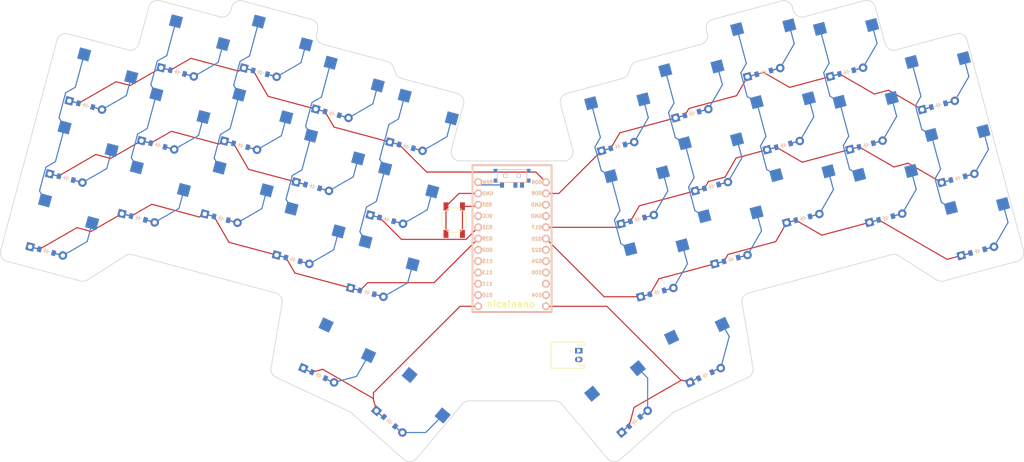
<source format=kicad_pcb>
(kicad_pcb (version 20240108) (generator "pcbnew") (generator_version "8.0")
  (title_block (title "unicrab") (rev "v1.0.0") (company "Unknown"))
  (layers (0 "F.Cu" signal) (31 "B.Cu" signal) (34 "B.Paste" user) (35 "F.Paste" user) (36 "B.SilkS" user "B.Silkscreen") (37 "F.SilkS" user "F.Silkscreen") (38 "B.Mask" user) (39 "F.Mask" user) (44 "Edge.Cuts" user))
  (net 0 "")
  (net 1 "P010")
  (net 2 "pinky_bottom")
  (net 3 "pinky_home")
  (net 4 "pinky_top")
  (net 5 "P111")
  (net 6 "ring_bottom")
  (net 7 "ring_home")
  (net 8 "ring_top")
  (net 9 "P113")
  (net 10 "middle_bottom")
  (net 11 "middle_home")
  (net 12 "middle_top")
  (net 13 "P115")
  (net 14 "index_bottom")
  (net 15 "index_home")
  (net 16 "index_top")
  (net 17 "P002")
  (net 18 "inner_bottom")
  (net 19 "inner_home")
  (net 20 "inner_top")
  (net 21 "tucky_cluster")
  (net 22 "reachy_cluster")
  (net 23 "mirror_pinky_bottom")
  (net 24 "mirror_pinky_home")
  (net 25 "mirror_pinky_top")
  (net 26 "mirror_ring_bottom")
  (net 27 "mirror_ring_home")
  (net 28 "mirror_ring_top")
  (net 29 "mirror_middle_bottom")
  (net 30 "mirror_middle_home")
  (net 31 "mirror_middle_top")
  (net 32 "mirror_index_bottom")
  (net 33 "mirror_index_home")
  (net 34 "mirror_index_top")
  (net 35 "mirror_inner_bottom")
  (net 36 "mirror_inner_home")
  (net 37 "mirror_inner_top")
  (net 38 "mirror_tucky_cluster")
  (net 39 "mirror_reachy_cluster")
  (net 40 "P029")
  (net 41 "P031")
  (net 42 "P006")
  (net 43 "P009")
  (net 44 "P020")
  (net 45 "P017")
  (net 46 "P008")
  (net 47 "P106")
  (net 48 "RAW")
  (net 49 "pos")
  (net 50 "GND")
  (net 51 "RST")
  (net 52 "VCC")
  (net 53 "P022")
  (net 54 "P024")
  (net 55 "P100")
  (net 56 "P011")
  (net 57 "P104")
  (footprint "E73:SPDT_C128955" (layer "F.Cu") (at 168.945165 112.835721)
    (property "Reference" "T1" (hide yes))
    (property "Value" "" (hide yes))
  )
  (footprint "E73:SW_TACT_ALPS_SKQGABE010" (layer "F.Cu") (at 155.945161 122.835723 90)
    (property "Reference" "B1" (hide yes))
    (property "Value" "" (hide yes))
  )
  (footprint "ComboDiode" (layer "F.Cu") (at 234.345412 122.427572 15)
    (property "Reference" "D24" (hide yes))
    (property "Value" "" (hide yes))
  )
  (footprint "ComboDiode" (layer "F.Cu") (at 125.486459 157.733519 -25)
    (property "Reference" "D16" (hide yes))
    (property "Value" "" (hide yes))
  )
  (footprint "JST_PH_S2B-PH-K_02x2.00mm_Angled" (layer "F.Cu") (at 183.945161 153.201988 -90)
    (property "Reference" "JST1" (hide yes))
    (property "Value" "" (hide yes))
  )
  (footprint "PG1350" (layer "F.Cu") (at 142.045238 117.835728 -15)
    (property "Reference" "S14" (hide yes))
    (property "Value" "" (hide yes))
  )
  (footprint "ComboDiode" (layer "F.Cu") (at 145.151065 106.244613 -15)
    (property "Reference" "D15" (hide yes))
    (property "Value" "" (hide yes))
  )
  (footprint "ComboDiode" (layer "F.Cu") (at 73.096448 96.969465 -15)
    (property "Reference" "D3" (hide yes))
    (property "Value" "" (hide yes))
  )
  (footprint "PG1350" (layer "F.Cu") (at 127.599555 153.201981 -25)
    (property "Reference" "S16" (hide yes))
    (property "Value" "" (hide yes))
  )
  (footprint "ComboDiode" (layer "F.Cu") (at 119.702186 131.674462 -15)
    (property "Reference" "D10" (hide yes))
    (property "Value" "" (hide yes))
  )
  (footprint "PG1350" (layer "F.Cu") (at 272.299625 124.981318 15)
    (property "Reference" "S18" (hide yes))
    (property "Value" "" (hide yes))
  )
  (footprint "ComboDiode" (layer "F.Cu") (at 68.696527 113.390202 -15)
    (property "Reference" "D2" (hide yes))
    (property "Value" "" (hide yes))
  )
  (footprint "ComboDiode" (layer "F.Cu") (at 252.961466 122.356975 15)
    (property "Reference" "D21" (hide yes))
    (property "Value" "" (hide yes))
  )
  (footprint "ComboDiode" (layer "F.Cu") (at 89.328782 105.936235 -15)
    (property "Reference" "D5" (hide yes))
    (property "Value" "" (hide yes))
  )
  (footprint "ComboDiode" (layer "F.Cu") (at 213.788211 115.253724 15)
    (property "Reference" "D28" (hide yes))
    (property "Value" "" (hide yes))
  )
  (footprint "ComboDiode" (layer "F.Cu") (at 64.296603 129.810944 -15)
    (property "Reference" "D1" (hide yes))
    (property "Value" "" (hide yes))
  )
  (footprint "PG1350" (layer "F.Cu") (at 191.445163 101.414988 15)
    (property "Reference" "S32" (hide yes))
    (property "Value" "" (hide yes))
  )
  (footprint "PG1350" (layer "F.Cu") (at 212.494116 110.424096 15)
    (property "Reference" "S28" (hide yes))
    (property "Value" "" (hide yes))
  )
  (footprint "PG1350" (layer "F.Cu") (at 216.894044 126.844832 15)
    (property "Reference" "S27" (hide yes))
    (property "Value" "" (hide yes))
  )
  (footprint "PG1350" (layer "F.Cu") (at 247.267446 101.106604 15)
    (property "Reference" "S22" (hide yes))
    (property "Value" "" (hide yes))
  )
  (footprint "ComboDiode" (layer "F.Cu") (at 140.751142 122.665357 -15)
    (property "Reference" "D14" (hide yes))
    (property "Value" "" (hide yes))
  )
  (footprint "PG1350" (layer "F.Cu") (at 65.590699 124.981311 -15)
    (property "Reference" "S1" (hide yes))
    (property "Value" "" (hide yes))
  )
  (footprint "ComboDiode" (layer "F.Cu") (at 248.561539 105.936238 15)
    (property "Reference" "D22" (hide yes))
    (property "Value" "" (hide yes))
  )
  (footprint "ComboDiode" (layer "F.Cu") (at 84.928861 122.356974 -15)
    (property "Reference" "D4" (hide yes))
    (property "Value" "" (hide yes))
  )
  (footprint "ComboDiode" (layer "F.Cu") (at 93.728701 89.515498 -15)
    (property "Reference" "D6" (hide yes))
    (property "Value" "" (hide yes))
  )
  (footprint "PG1350" (layer "F.Cu") (at 137.645311 134.256462 -15)
    (property "Reference" "S13" (hide yes))
    (property "Value" "" (hide yes))
  )
  (footprint "ComboDiode" (layer "F.Cu") (at 136.351219 139.086095 -15)
    (property "Reference" "D13" (hide yes))
    (property "Value" "" (hide yes))
  )
  (footprint "PG1350" (layer "F.Cu") (at 263.499777 92.139838 15)
    (property "Reference" "S20" (hide yes))
    (property "Value" "" (hide yes))
  )
  (footprint "PG1350" (layer "F.Cu") (at 242.86752 84.685874 15)
    (property "Reference" "S23" (hide yes))
    (property "Value" "" (hide yes))
  )
  (footprint "PG1350" (layer "F.Cu") (at 69.990622 108.56058 -15)
    (property "Reference" "S2" (hide yes))
    (property "Value" "" (hide yes))
  )
  (footprint "nice_nano" (layer "F.Cu") (at 168.945164 128.256468 -90)
    (property "Reference" "MCU1" (hide yes))
    (property "Value" "nice_nano" (hide yes))
  )
  (footprint "PG1350" (layer "F.Cu") (at 125.396209 110.424095 -15)
    (property "Reference" "S11" (hide yes))
    (property "Value" "" (hide yes))
  )
  (footprint "PG1350" (layer "F.Cu") (at 208.094188 94.003355 15)
    (property "Reference" "S29" (hide yes))
    (property "Value" "" (hide yes))
  )
  (footprint "PG1350" (layer "F.Cu") (at 228.65139 101.177203 15)
    (property "Reference" "S25" (hide yes))
    (property "Value" "" (hide yes))
  )
  (footprint "PG1350" (layer "F.Cu") (at 210.290771 153.201984 25)
    (property "Reference" "S33" (hide yes))
    (property "Value" "" (hide yes))
  )
  (footprint "PG1350" (layer "F.Cu") (at 109.238932 101.177204 -15)
    (property "Reference" "S8" (hide yes))
    (property "Value" "" (hide yes))
  )
  (footprint "ComboDiode" (layer "F.Cu") (at 124.102109 115.253722 -15)
    (property "Reference" "D11" (hide yes))
    (property "Value" "" (hide yes))
  )
  (footprint "PG1350" (layer "F.Cu") (at 129.796131 94.003353 -15)
    (property "Reference" "S12" (hide yes))
    (property "Value" "" (hide yes))
  )
  (footprint "PG1350" (layer "F.Cu") (at 144.602071 164.343305 -40)
    (property "Reference" "S17" (hide yes))
    (property "Value" "" (hide yes))
  )
  (footprint "ComboDiode" (layer "F.Cu") (at 197.139183 122.665352 15)
    (property "Reference" "D31" (hide yes))
    (property "Value" "" (hide yes))
  )
  (footprint "ComboDiode" (layer "F.Cu") (at 141.388125 168.173527 -40)
    (property "Reference" "D17" (hide yes))
    (property "Value" "" (hide yes))
  )
  (footprint "PG1350" (layer "F.Cu") (at 104.839008 117.597944 -15)
    (property "Reference" "S7" (hide yes))
    (property "Value" "" (hide yes))
  )
  (footprint "PG1350" (layer "F.Cu") (at 146.44516 101.414989 -15)
    (property "Reference" "S15" (hide yes))
    (property "Value" "" (hide yes))
  )
  (footprint "ComboDiode" (layer "F.Cu") (at 229.945485 106.006834 15)
    (property "Reference" "D25" (hide yes))
    (property "Value" "" (hide yes))
  )
  (footprint "ComboDiode" (layer "F.Cu") (at 192.739257 106.244617 15)
    (property "Reference" "D32" (hide yes))
    (property "Value" "" (hide yes))
  )
  (footprint "PG1350" (layer "F.Cu") (at 120.996284 126.84483 -15)
    (property "Reference" "S10" (hide yes))
    (property "Value" "" (hide yes))
  )
  (footprint "ComboDiode" (layer "F.Cu") (at 107.944839 106.006831 -15)
    (property "Reference" "D8" (hide yes))
    (property "Value" "" (hide yes))
  )
  (footprint "PG1350" (layer "F.Cu") (at 86.222958 117.527344 -15)
    (property "Reference" "S4" (hide yes))
    (property "Value" "" (hide yes))
  )
  (footprint "ComboDiode" (layer "F.Cu") (at 128.502037 98.832979 -15)
    (property "Reference" "D12" (hide yes))
    (property "Value" "" (hide yes))
  )
  (footprint "PG1350" (layer "F.Cu") (at 195.845084 117.835726 15)
    (property "Reference" "S31" (hide yes))
    (property "Value" "" (hide yes))
  )
  (footprint "ComboDiode" (layer "F.Cu") (at 196.502196 168.17353 40)
    (property "Reference" "D34" (hide yes))
    (property "Value" "" (hide yes))
  )
  (footprint "PG1350" (layer "F.Cu") (at 251.667373 117.527346 15)
    (property "Reference" "S21" (hide yes))
    (property "Value" "" (hide yes))
  )
  (footprint "ComboDiode" (layer "F.Cu") (at 264.793872 96.969469 15)
    (property "Reference" "D20" (hide yes))
    (property "Value" "" (hide yes))
  )
  (footprint "PG1350" (layer "F.Cu") (at 224.251468 84.756464 15)
    (property "Reference" "S26" (hide yes))
    (property "Value" "" (hide yes))
  )
  (footprint "PG1350" (layer "F.Cu") (at 267.899701 108.560575 15)
    (property "Reference" "S19" (hide yes))
    (property "Value" "" (hide yes))
  )
  (footprint "PG1350" (layer "F.Cu") (at 74.390544 92.139838 -15)
    (property "Reference" "S3" (hide yes))
    (property "Value" "" (hide yes))
  )
  (footprint "ComboDiode" (layer "F.Cu") (at 225.54556 89.586091 15)
    (property "Reference" "D26" (hide yes))
    (property "Value" "" (hide yes))
  )
  (footprint "ComboDiode" (layer "F.Cu") (at 209.388286 98.832988 15)
    (property "Reference" "D29" (hide yes))
    (property "Value" "" (hide yes))
  )
  (footprint "ComboDiode" (layer "F.Cu") (at 103.544911 122.427573 -15)
    (property "Reference" "D7" (hide yes))
    (property "Value" "" (hide yes))
  )
  (footprint "PG1350" (layer "F.Cu") (at 113.638856 84.756467 -15)
    (property "Reference" "S9" (hide yes))
    (property "Value" "" (hide yes))
  )
  (footprint "ComboDiode" (layer "F.Cu") (at 212.403865 157.733521 25)
    (property "Reference" "D33" (hide yes))
    (property "Value" "" (hide yes))
  )
  (footprint "ComboDiode" (layer "F.Cu") (at 201.539101 139.086092 15)
    (property "Reference" "D30" (hide yes))
    (property "Value" "" (hide yes))
  )
  (footprint "PG1350" (layer "F.Cu") (at 90.622878 101.10661 -15)
    (property "Reference" "S5" (hide yes))
    (property "Value" "" (hide yes))
  )
  (footprint "PG1350" (layer "F.Cu") (at 193.288257 164.343307 40)
    (property "Reference" "S34" (hide yes))
    (property "Value" "" (hide yes))
  )
  (footprint "ComboDiode" (layer "F.Cu") (at 244.161614 89.515501 15)
    (property "Reference" "D23" (hide yes))
    (property "Value" "" (hide yes))
  )
  (footprint "PG1350" (layer "F.Cu") (at 233.051312 117.597941 15)
    (property "Reference" "S24" (hide yes))
    (property "Value" "" (hide yes))
  )
  (footprint "ComboDiode" (layer "F.Cu") (at 273.593721 129.810946 15)
    (property "Reference" "D18" (hide yes))
    (property "Value" "" (hide yes))
  )
  (footprint "ComboDiode" (layer "F.Cu") (at 269.193796 113.390203 15)
    (property "Reference" "D19" (hide yes))
    (property "Value" "" (hide yes))
  )
  (footprint "ComboDiode" (layer "F.Cu") (at 218.188137 131.674466 15)
    (property "Reference" "D27" (hide yes))
    (property "Value" "" (hide yes))
  )
  (footprint "ComboDiode" (layer "F.Cu") (at 112.344764 89.586092 -15)
    (property "Reference" "D9" (hide yes))
    (property "Value" "" (hide yes))
  )
  (footprint "PG1350" (layer "F.Cu") (at 95.022804 84.685872 -15)
    (property "Reference" "S6" (hide yes))
    (property "Value" "" (hide yes))
  )
  (footprint "PG1350" (layer "F.Cu") (at 200.24501 134.256463 15)
    (property "Reference" "S30" (hide yes))
    (property "Value" "" (hide yes))
  )
  (gr_line (start 221.987426 158.229836) (end 205.507665 165.914475) (stroke (width 0.15)) (layer "Edge.Cuts"))
  (gr_line (start 114.776249 156.083054) (end 117.249827 141.486496) (stroke (width 0.15)) (layer "Edge.Cuts"))
  (gr_line (start 234.613186 77.062485) (end 248.136147 73.439023) (stroke (width 0.15)) (layer "Edge.Cuts"))
  (gr_arc (start 223.114079 156.083057) (mid 222.913127 157.346626) (end 221.987426 158.229836) (stroke (width 0.15)) (layer "Edge.Cuts"))
  (gr_line (start 144.112774 90.954903) (end 156.631346 94.309243) (stroke (width 0.15)) (layer "Edge.Cuts"))
  (gr_arc (start 178.588717 163.493757) (mid 179.433952 163.681143) (end 180.120802 164.208185) (stroke (width 0.15)) (layer "Edge.Cuts"))
  (gr_arc (start 265.949809 136.517867) (mid 265.127387 136.562655) (end 264.356656 136.272211) (stroke (width 0.15)) (layer "Edge.Cuts"))
  (gr_arc (start 283.900028 129.637565) (mid 283.700228 131.155205) (end 282.485814 132.087057) (stroke (width 0.15)) (layer "Edge.Cuts"))
  (gr_line (start 115.795582 139.220485) (end 83.631323 130.602098) (stroke (width 0.15)) (layer "Edge.Cuts"))
  (gr_line (start 71.940518 136.517866) (end 55.404512 132.087052) (stroke (width 0.15)) (layer "Edge.Cuts"))
  (gr_line (start 264.356656 136.272211) (end 255.852155 130.847749) (stroke (width 0.15)) (layer "Edge.Cuts"))
  (gr_arc (start 157.769518 164.208188) (mid 158.456373 163.681145) (end 159.301613 163.49376) (stroke (width 0.15)) (layer "Edge.Cuts"))
  (gr_arc (start 105.920738 74.923831) (mid 106.85259 73.709418) (end 108.370228 73.509618) (stroke (width 0.15)) (layer "Edge.Cuts"))
  (gr_line (start 271.217891 82.307203) (end 283.900028 129.637565) (stroke (width 0.15)) (layer "Edge.Cuts"))
  (gr_line (start 212.84518 80.824655) (end 212.651067 80.100211) (stroke (width 0.15)) (layer "Edge.Cuts"))
  (gr_arc (start 179.844757 96.758736) (mid 180.044556 95.241093) (end 181.258974 94.309246) (stroke (width 0.15)) (layer "Edge.Cuts"))
  (gr_line (start 182.586575 106.991318) (end 179.844761 96.758733) (stroke (width 0.15)) (layer "Edge.Cuts"))
  (gr_arc (start 140.909784 87.146127) (mid 141.742562 87.602723) (end 142.270824 88.391989) (stroke (width 0.15)) (layer "Edge.Cuts"))
  (gr_arc (start 115.795582 139.220485) (mid 116.961135 140.072121) (end 117.249827 141.486496) (stroke (width 0.15)) (layer "Edge.Cuts"))
  (gr_line (start 254.259001 130.602095) (end 222.09474 139.220486) (stroke (width 0.15)) (layer "Edge.Cuts"))
  (gr_arc (start 248.136146 73.439024) (mid 249.653784 73.638823) (end 250.585639 74.853233) (stroke (width 0.15)) (layer "Edge.Cuts"))
  (gr_arc (start 144.112774 90.954903) (mid 143.279996 90.498306) (end 142.751733 89.70904) (stroke (width 0.15)) (layer "Edge.Cuts"))
  (gr_line (start 220.640492 141.486496) (end 223.114079 156.083057) (stroke (width 0.15)) (layer "Edge.Cuts"))
  (gr_arc (start 85.09437 83.102242) (mid 84.162519 84.316653) (end 82.644881 84.516458) (stroke (width 0.15)) (layer "Edge.Cuts"))
  (gr_line (start 205.023976 166.232448) (end 193.272373 176.681064) (stroke (width 0.15)) (layer "Edge.Cuts"))
  (gr_line (start 255.24544 84.516457) (end 268.768402 80.892991) (stroke (width 0.15)) (layer "Edge.Cuts"))
  (gr_line (start 157.769518 164.208188) (end 147.478961 176.471998) (stroke (width 0.15)) (layer "Edge.Cuts"))
  (gr_arc (start 132.382666 165.914476) (mid 132.636071 166.055869) (end 132.866349 166.232442) (stroke (width 0.15)) (layer "Edge.Cuts"))
  (gr_arc (start 115.902899 158.229834) (mid 114.977201 157.346621) (end 114.776249 156.083054) (stroke (width 0.15)) (layer "Edge.Cuts"))
  (gr_arc (start 157.235602 109.508952) (mid 155.648899 108.726476) (end 155.303752 106.991316) (stroke (width 0.15)) (layer "Edge.Cuts"))
  (gr_line (start 157.235602 109.508952) (end 180.654719 109.508954) (stroke (width 0.15)) (layer "Edge.Cuts"))
  (gr_arc (start 205.023976 166.232441) (mid 205.254255 166.055865) (end 205.507665 165.914475) (stroke (width 0.15)) (layer "Edge.Cuts"))
  (gr_line (start 250.585639 74.853233) (end 252.795951 83.102244) (stroke (width 0.15)) (layer "Edge.Cuts"))
  (gr_arc (start 220.640492 141.486496) (mid 220.929188 140.072123) (end 222.09474 139.220486) (stroke (width 0.15)) (layer "Edge.Cuts"))
  (gr_line (start 282.485814 132.087057) (end 265.949809 136.517867) (stroke (width 0.15)) (layer "Edge.Cuts"))
  (gr_line (start 132.382666 165.914476) (end 115.902896 158.22984) (stroke (width 0.15)) (layer "Edge.Cuts"))
  (gr_line (start 214.06528 77.650721) (end 229.520094 73.509616) (stroke (width 0.15)) (layer "Edge.Cuts"))
  (gr_line (start 178.588717 163.493757) (end 159.301613 163.49376) (stroke (width 0.15)) (layer "Edge.Cuts"))
  (gr_arc (start 212.651068 80.100209) (mid 212.850869 78.582573) (end 214.06528 77.650721) (stroke (width 0.15)) (layer "Edge.Cuts"))
  (gr_line (start 108.370228 73.509618) (end 123.825046 77.650719) (stroke (width 0.15)) (layer "Edge.Cuts"))
  (gr_line (start 69.121918 80.892988) (end 82.644881 84.516458) (stroke (width 0.15)) (layer "Edge.Cuts"))
  (gr_line (start 231.969584 74.923829) (end 232.163699 75.648277) (stroke (width 0.15)) (layer "Edge.Cuts"))
  (gr_arc (start 229.520094 73.509616) (mid 231.037731 73.709418) (end 231.969584 74.923829) (stroke (width 0.15)) (layer "Edge.Cuts"))
  (gr_arc (start 182.586575 106.991318) (mid 182.241426 108.726478) (end 180.654719 109.508954) (stroke (width 0.15)) (layer "Edge.Cuts"))
  (gr_arc (start 105.726627 75.648274) (mid 104.794773 76.862688) (end 103.277133 77.062484) (stroke (width 0.15)) (layer "Edge.Cuts"))
  (gr_arc (start 234.613186 77.062485) (mid 233.095552 76.862685) (end 232.163699 75.648277) (stroke (width 0.15)) (layer "Edge.Cuts"))
  (gr_arc (start 126.45936 83.274143) (mid 125.244943 82.342293) (end 125.045142 80.824653) (stroke (width 0.15)) (layer "Edge.Cuts"))
  (gr_arc (start 212.84518 80.824655) (mid 212.64538 82.342292) (end 211.430968 83.274142) (stroke (width 0.15)) (layer "Edge.Cuts"))
  (gr_line (start 144.617952 176.681067) (end 132.866349 166.232442) (stroke (width 0.15)) (layer "Edge.Cuts"))
  (gr_line (start 125.239257 80.100212) (end 125.045142 80.824653) (stroke (width 0.15)) (layer "Edge.Cuts"))
  (gr_arc (start 123.825046 77.650719) (mid 125.039462 78.582572) (end 125.239257 80.100212) (stroke (width 0.15)) (layer "Edge.Cuts"))
  (gr_line (start 85.094372 83.102243) (end 87.304685 74.853235) (stroke (width 0.15)) (layer "Edge.Cuts"))
  (gr_line (start 82.038167 130.847747) (end 73.533669 136.272214) (stroke (width 0.15)) (layer "Edge.Cuts"))
  (gr_arc (start 195.619502 88.391988) (mid 196.147762 87.602721) (end 196.98054 87.146124) (stroke (width 0.15)) (layer "Edge.Cuts"))
  (gr_line (start 105.726627 75.648274) (end 105.920738 74.923831) (stroke (width 0.15)) (layer "Edge.Cuts"))
  (gr_line (start 196.98054 87.146124) (end 211.430968 83.274142) (stroke (width 0.15)) (layer "Edge.Cuts"))
  (gr_line (start 158.045561 96.758734) (end 155.303752 106.991316) (stroke (width 0.15)) (layer "Edge.Cuts"))
  (gr_line (start 142.270824 88.391989) (end 142.751733 89.70904) (stroke (width 0.15)) (layer "Edge.Cuts"))
  (gr_arc (start 87.304685 74.853235) (mid 88.236537 73.638822) (end 89.754174 73.439024) (stroke (width 0.15)) (layer "Edge.Cuts"))
  (gr_line (start 181.258974 94.309246) (end 193.777547 90.954903) (stroke (width 0.15)) (layer "Edge.Cuts"))
  (gr_arc (start 156.631346 94.309243) (mid 157.845761 95.241095) (end 158.045561 96.758734) (stroke (width 0.15)) (layer "Edge.Cuts"))
  (gr_arc (start 147.478961 176.471998) (mid 146.092635 177.181103) (end 144.617952 176.681067) (stroke (width 0.15)) (layer "Edge.Cuts"))
  (gr_arc (start 73.533669 136.272214) (mid 72.762938 136.562656) (end 71.940518 136.517866) (stroke (width 0.15)) (layer "Edge.Cuts"))
  (gr_line (start 53.990299 129.637568) (end 66.672429 82.307203) (stroke (width 0.15)) (layer "Edge.Cuts"))
  (gr_arc (start 66.672429 82.307203) (mid 67.60428 81.092787) (end 69.121918 80.892988) (stroke (width 0.15)) (layer "Edge.Cuts"))
  (gr_arc (start 55.404512 132.087052) (mid 54.190101 131.155203) (end 53.990299 129.637568) (stroke (width 0.15)) (layer "Edge.Cuts"))
  (gr_line (start 195.138585 89.709036) (end 195.619502 88.391988) (stroke (width 0.15)) (layer "Edge.Cuts"))
  (gr_arc (start 195.138585 89.709036) (mid 194.610325 90.498302) (end 193.777547 90.954903) (stroke (width 0.15)) (layer "Edge.Cuts"))
  (gr_arc (start 82.038171 130.847748) (mid 82.808902 130.557307) (end 83.631323 130.602098) (stroke (width 0.15)) (layer "Edge.Cuts"))
  (gr_line (start 126.459358 83.274145) (end 140.909784 87.146127) (stroke (width 0.15)) (layer "Edge.Cuts"))
  (gr_arc (start 193.272373 176.681064) (mid 191.797686 177.1811) (end 190.411358 176.471994) (stroke (width 0.15)) (layer "Edge.Cuts"))
  (gr_line (start 190.411358 176.471994) (end 180.120802 164.208185) (stroke (width 0.15)) (layer "Edge.Cuts"))
  (gr_line (start 89.754174 73.439024) (end 103.277133 77.062484) (stroke (width 0.15)) (layer "Edge.Cuts"))
  (gr_arc (start 268.768402 80.892991) (mid 270.286041 81.09279) (end 271.217891 82.307203) (stroke (width 0.15)) (layer "Edge.Cuts"))
  (gr_arc (start 254.259002 130.602097) (mid 255.081423 130.557309) (end 255.852155 130.847749) (stroke (width 0.15)) (layer "Edge.Cuts"))
  (gr_arc (start 255.24544 84.516457) (mid 253.727803 84.316656) (end 252.795951 83.102244) (stroke (width 0.15)) (layer "Edge.Cuts"))
  (segment (start 264.026777 113.517879) (end 265.454167 118.844962) (width 0.25) (layer "B.Cu") (net 1))
  (segment (start 258.796398 87.240212) (end 260.863583 94.955062) (width 0.25) (layer "B.Cu") (net 1))
  (segment (start 72.767111 85.544948) (end 70.793617 92.910131) (width 0.25) (layer "B.Cu") (net 1))
  (segment (start 261.054237 102.424215) (end 263.196321 103.660949) (width 0.25) (layer "B.Cu") (net 1))
  (segment (start 64.157921 110.917262) (end 62.730535 116.244338) (width 0.25) (layer "B.Cu") (net 1))
  (segment (start 68.367187 101.965686) (end 66.300001 109.680531) (width 0.25) (layer "B.Cu") (net 1))
  (segment (start 66.300001 109.680531) (end 64.157921 110.917262) (width 0.25) (layer "B.Cu") (net 1))
  (segment (start 68.606707 94.172744) (end 67.104575 99.778778) (width 0.25) (layer "B.Cu") (net 1))
  (segment (start 260.863583 94.955062) (end 259.626852 97.097143) (width 0.25) (layer "B.Cu") (net 1))
  (segment (start 62.730535 116.244338) (end 63.967265 118.386424) (width 0.25) (layer "B.Cu") (net 1))
  (segment (start 67.104575 99.778778) (end 68.367187 101.965686) (width 0.25) (layer "B.Cu") (net 1))
  (segment (start 265.454167 118.844962) (end 267.596245 120.081691) (width 0.25) (layer "B.Cu") (net 1))
  (segment (start 259.626852 97.097143) (end 261.054237 102.424215) (width 0.25) (layer "B.Cu") (net 1))
  (segment (start 265.263509 111.375799) (end 264.026777 113.517879) (width 0.25) (layer "B.Cu") (net 1))
  (segment (start 70.793617 92.910131) (end 68.606707 94.172744) (width 0.25) (layer "B.Cu") (net 1))
  (segment (start 263.196321 103.660949) (end 265.263509 111.375799) (width 0.25) (layer "B.Cu") (net 1))
  (segment (start 67.976776 130.797043) (end 67.97678 130.797049) (width 0.25) (layer "F.Cu") (net 2))
  (segment (start 65.890382 130.237995) (end 67.976776 130.797043) (width 0.25) (layer "F.Cu") (net 2))
  (segment (start 74.554306 123.500823) (end 73.445266 127.639814) (width 0.25) (layer "B.Cu") (net 2))
  (segment (start 67.976781 130.797041) (end 67.97678 130.797049) (width 0.25) (layer "B.Cu") (net 2))
  (segment (start 73.445266 127.639814) (end 67.976781 130.797046) (width 0.25) (layer "B.Cu") (net 2))
  (segment (start 65.89038 130.237996) (end 67.976781 130.797041) (width 0.25) (layer "B.Cu") (net 2))
  (segment (start 70.290304 113.817259) (end 72.376704 114.3763) (width 0.25) (layer "F.Cu") (net 3))
  (segment (start 72.376704 114.3763) (end 72.376701 114.376309) (width 0.25) (layer "F.Cu") (net 3))
  (segment (start 72.376702 114.376304) (end 72.376703 114.376306) (width 0.25) (layer "B.Cu") (net 3))
  (segment (start 78.954227 107.080085) (end 77.845189 111.219074) (width 0.25) (layer "B.Cu") (net 3))
  (segment (start 77.845189 111.219074) (end 72.376705 114.376306) (width 0.25) (layer "B.Cu") (net 3))
  (segment (start 70.290305 113.817256) (end 72.376702 114.376304) (width 0.25) (layer "B.Cu") (net 3))
  (segment (start 76.776626 97.955564) (end 76.77663 97.955569) (width 0.25) (layer "F.Cu") (net 4))
  (segment (start 74.690227 97.396519) (end 76.776626 97.955564) (width 0.25) (layer "F.Cu") (net 4))
  (segment (start 74.690227 97.396519) (end 76.776624 97.955563) (width 0.25) (layer "B.Cu") (net 4))
  (segment (start 83.354152 90.659341) (end 82.245115 94.798335) (width 0.25) (layer "B.Cu") (net 4))
  (segment (start 82.245115 94.798335) (end 76.776627 97.955567) (width 0.25) (layer "B.Cu") (net 4))
  (segment (start 76.776624 97.955563) (end 76.77663 97.955569) (width 0.25) (layer "B.Cu") (net 4))
  (segment (start 244.631253 103.921826) (end 243.39452 106.063914) (width 0.25) (layer "B.Cu") (net 5))
  (segment (start 84.790173 103.463294) (end 83.362789 108.790369) (width 0.25) (layer "B.Cu") (net 5))
  (segment (start 91.332185 85.805821) (end 89.190095 87.042556) (width 0.25) (layer "B.Cu") (net 5))
  (segment (start 243.39452 106.063914) (end 244.821904 111.390984) (width 0.25) (layer "B.Cu") (net 5))
  (segment (start 238.994596 89.643174) (end 240.42198 94.970244) (width 0.25) (layer "B.Cu") (net 5))
  (segment (start 83.362789 108.790369) (end 84.599522 110.932456) (width 0.25) (layer "B.Cu") (net 5))
  (segment (start 87.762711 92.369632) (end 88.999444 94.51172) (width 0.25) (layer "B.Cu") (net 5))
  (segment (start 88.999444 94.51172) (end 86.932259 102.226562) (width 0.25) (layer "B.Cu") (net 5))
  (segment (start 86.932259 102.226562) (end 84.790173 103.463294) (width 0.25) (layer "B.Cu") (net 5))
  (segment (start 238.16414 79.786247) (end 240.231326 87.501095) (width 0.25) (layer "B.Cu") (net 5))
  (segment (start 244.821904 111.390984) (end 246.963992 112.627719) (width 0.25) (layer "B.Cu") (net 5))
  (segment (start 242.564065 96.206978) (end 244.631253 103.921826) (width 0.25) (layer "B.Cu") (net 5))
  (segment (start 240.231326 87.501095) (end 238.994596 89.643174) (width 0.25) (layer "B.Cu") (net 5))
  (segment (start 240.42198 94.970244) (end 242.564065 96.206978) (width 0.25) (layer "B.Cu") (net 5))
  (segment (start 93.399369 78.09098) (end 91.332185 85.805821) (width 0.25) (layer "B.Cu") (net 5))
  (segment (start 89.190095 87.042556) (end 87.762711 92.369632) (width 0.25) (layer "B.Cu") (net 5))
  (segment (start 88.609038 123.343073) (end 88.609042 123.343076) (width 0.25) (layer "F.Cu") (net 6))
  (segment (start 86.522641 122.784029) (end 88.609038 123.343073) (width 0.25) (layer "F.Cu") (net 6))
  (segment (start 86.522637 122.784025) (end 88.609032 123.343077) (width 0.25) (layer "B.Cu") (net 6))
  (segment (start 95.186562 116.046852) (end 94.077523 120.185845) (width 0.25) (layer "B.Cu") (net 6))
  (segment (start 88.609032 123.343077) (end 88.609036 123.343082) (width 0.25) (layer "B.Cu") (net 6))
  (segment (start 94.077523 120.185845) (end 88.60904 123.343077) (width 0.25) (layer "B.Cu") (net 6))
  (segment (start 93.008957 106.922336) (end 93.008956 106.922338) (width 0.25) (layer "F.Cu") (net 7))
  (segment (start 90.922564 106.363289) (end 93.008957 106.922336) (width 0.25) (layer "F.Cu") (net 7))
  (segment (start 93.008956 106.922338) (end 93.00896 106.922341) (width 0.25) (layer "B.Cu") (net 7))
  (segment (start 99.586487 99.626117) (end 98.477446 103.765109) (width 0.25) (layer "B.Cu") (net 7))
  (segment (start 90.922561 106.363286) (end 93.008956 106.922338) (width 0.25) (layer "B.Cu") (net 7))
  (segment (start 98.477446 103.765109) (end 93.00896 106.922341) (width 0.25) (layer "B.Cu") (net 7))
  (segment (start 97.40888 90.501595) (end 97.408884 90.501604) (width 0.25) (layer "F.Cu") (net 8))
  (segment (start 95.322485 89.94255) (end 97.40888 90.501595) (width 0.25) (layer "F.Cu") (net 8))
  (segment (start 103.986409 83.205378) (end 102.877371 87.344366) (width 0.25) (layer "B.Cu") (net 8))
  (segment (start 95.322485 89.94255) (end 97.40888 90.501595) (width 0.25) (layer "B.Cu") (net 8))
  (segment (start 97.40888 90.501595) (end 97.408884 90.501604) (width 0.25) (layer "B.Cu") (net 8))
  (segment (start 102.877371 87.344366) (end 97.408884 90.501604) (width 0.25) (layer "B.Cu") (net 8))
  (segment (start 221.805925 95.040842) (end 223.948011 96.277576) (width 0.25) (layer "B.Cu") (net 9))
  (segment (start 221.615275 87.571678) (end 220.378542 89.713765) (width 0.25) (layer "B.Cu") (net 9))
  (segment (start 112.015422 78.161576) (end 109.948236 85.87642) (width 0.25) (layer "B.Cu") (net 9))
  (segment (start 103.406233 103.533891) (end 101.978845 108.860974) (width 0.25) (layer "B.Cu") (net 9))
  (segment (start 219.548087 79.856837) (end 221.615275 87.571678) (width 0.25) (layer "B.Cu") (net 9))
  (segment (start 223.948011 96.277576) (end 226.015199 103.992423) (width 0.25) (layer "B.Cu") (net 9))
  (segment (start 220.378542 89.713765) (end 221.805925 95.040842) (width 0.25) (layer "B.Cu") (net 9))
  (segment (start 224.778463 106.134508) (end 226.20585 111.461585) (width 0.25) (layer "B.Cu") (net 9))
  (segment (start 109.948236 85.87642) (end 107.806155 87.113151) (width 0.25) (layer "B.Cu") (net 9))
  (segment (start 226.015199 103.992423) (end 224.778463 106.134508) (width 0.25) (layer "B.Cu") (net 9))
  (segment (start 107.806155 87.113151) (end 106.37877 92.440235) (width 0.25) (layer "B.Cu") (net 9))
  (segment (start 106.37877 92.440235) (end 107.615499 94.582314) (width 0.25) (layer "B.Cu") (net 9))
  (segment (start 226.20585 111.461585) (end 228.347931 112.698314) (width 0.25) (layer "B.Cu") (net 9))
  (segment (start 107.615499 94.582314) (end 105.548312 102.29716) (width 0.25) (layer "B.Cu") (net 9))
  (segment (start 101.978845 108.860974) (end 103.215574 111.00305) (width 0.25) (layer "B.Cu") (net 9))
  (segment (start 105.548312 102.29716) (end 103.406233 103.533891) (width 0.25) (layer "B.Cu") (net 9))
  (segment (start 107.225091 123.413668) (end 107.225092 123.413674) (width 0.25) (layer "F.Cu") (net 10))
  (segment (start 105.138691 122.854622) (end 107.225091 123.413668) (width 0.25) (layer "F.Cu") (net 10))
  (segment (start 107.22509 123.413672) (end 107.225092 123.413674) (width 0.25) (layer "B.Cu") (net 10))
  (segment (start 113.802612 116.117449) (end 112.693578 120.256445) (width 0.25) (layer "B.Cu") (net 10))
  (segment (start 112.693578 120.256445) (end 107.225092 123.413672) (width 0.25) (layer "B.Cu") (net 10))
  (segment (start 105.138691 122.854623) (end 107.22509 123.413672) (width 0.25) (layer "B.Cu") (net 10))
  (segment (start 109.538615 106.43388) (end 111.625016 106.992932) (width 0.25) (layer "F.Cu") (net 11))
  (segment (start 111.625016 106.992932) (end 111.625016 106.992933) (width 0.25) (layer "F.Cu") (net 11))
  (segment (start 109.538617 106.433883) (end 111.625016 106.992932) (width 0.25) (layer "B.Cu") (net 11))
  (segment (start 118.202543 99.696708) (end 117.093501 103.835699) (width 0.25) (layer "B.Cu") (net 11))
  (segment (start 117.093501 103.835699) (end 111.625017 106.992932) (width 0.25) (layer "B.Cu") (net 11))
  (segment (start 111.625016 106.992932) (end 111.625017 106.992932) (width 0.25) (layer "B.Cu") (net 11))
  (segment (start 113.938541 90.013146) (end 116.024935 90.572194) (width 0.25) (layer "F.Cu") (net 12))
  (segment (start 116.024935 90.572194) (end 116.024941 90.572197) (width 0.25) (layer "F.Cu") (net 12))
  (segment (start 122.602466 83.27597) (end 121.493423 87.414965) (width 0.25) (layer "B.Cu") (net 12))
  (segment (start 116.024935 90.572194) (end 116.024938 90.572193) (width 0.25) (layer "B.Cu") (net 12))
  (segment (start 121.493423 87.414965) (end 116.024941 90.572197) (width 0.25) (layer "B.Cu") (net 12))
  (segment (start 113.938541 90.013146) (end 116.024935 90.572194) (width 0.25) (layer "B.Cu") (net 12))
  (segment (start 205.647419 104.287026) (end 207.790734 105.524471) (width 0.25) (layer "B.Cu") (net 13))
  (segment (start 122.536042 101.687123) (end 123.772772 103.829205) (width 0.25) (layer "B.Cu") (net 13))
  (segment (start 119.563504 112.780778) (end 118.13612 118.107859) (width 0.25) (layer "B.Cu") (net 13))
  (segment (start 123.772772 103.829205) (end 121.705588 111.544044) (width 0.25) (layer "B.Cu") (net 13))
  (segment (start 128.172698 87.408464) (end 126.105509 95.123309) (width 0.25) (layer "B.Cu") (net 13))
  (segment (start 123.963429 96.360042) (end 122.536042 101.687123) (width 0.25) (layer "B.Cu") (net 13))
  (segment (start 121.705588 111.544044) (end 119.563504 112.780778) (width 0.25) (layer "B.Cu") (net 13))
  (segment (start 118.13612 118.107859) (end 119.372847 120.249941) (width 0.25) (layer "B.Cu") (net 13))
  (segment (start 209.857922 113.23932) (end 208.621191 115.381397) (width 0.25) (layer "B.Cu") (net 13))
  (segment (start 204.126862 98.612231) (end 205.647419 104.287026) (width 0.25) (layer "B.Cu") (net 13))
  (segment (start 207.790734 105.524471) (end 209.857922 113.23932) (width 0.25) (layer "B.Cu") (net 13))
  (segment (start 205.364306 96.468917) (end 204.126862 98.612231) (width 0.25) (layer "B.Cu") (net 13))
  (segment (start 203.39081 89.103729) (end 205.364306 96.468917) (width 0.25) (layer "B.Cu") (net 13))
  (segment (start 126.105509 95.123309) (end 123.963429 96.360042) (width 0.25) (layer "B.Cu") (net 13))
  (segment (start 208.621191 115.381397) (end 210.048578 120.708472) (width 0.25) (layer "B.Cu") (net 13))
  (segment (start 210.048578 120.708472) (end 212.190663 121.945206) (width 0.25) (layer "B.Cu") (net 13))
  (segment (start 123.382365 132.660563) (end 123.382368 132.660562) (width 0.25) (layer "F.Cu") (net 14))
  (segment (start 121.29597 132.101512) (end 123.382365 132.660563) (width 0.25) (layer "F.Cu") (net 14))
  (segment (start 128.850852 129.503332) (end 123.382367 132.660563) (width 0.25) (layer "B.Cu") (net 14))
  (segment (start 123.382363 132.660563) (end 123.382369 132.660564) (width 0.25) (layer "B.Cu") (net 14))
  (segment (start 121.295964 132.101516) (end 123.382363 132.660563) (width 0.25) (layer "B.Cu") (net 14))
  (segment (start 129.959893 125.364339) (end 128.850852 129.503332) (width 0.25) (layer "B.Cu") (net 14))
  (segment (start 125.695889 115.680774) (end 127.782287 116.239822) (width 0.25) (layer "F.Cu") (net 15))
  (segment (start 127.782287 116.239822) (end 127.782286 116.239825) (width 0.25) (layer "F.Cu") (net 15))
  (segment (start 125.695887 115.680775) (end 127.782289 116.239822) (width 0.25) (layer "B.Cu") (net 15))
  (segment (start 134.359815 108.9436) (end 133.250774 113.082591) (width 0.25) (layer "B.Cu") (net 15))
  (segment (start 133.250774 113.082591) (end 127.782288 116.239825) (width 0.25) (layer "B.Cu") (net 15))
  (segment (start 127.782289 116.239822) (end 127.78229 116.239825) (width 0.25) (layer "B.Cu") (net 15))
  (segment (start 132.182215 99.819083) (end 132.182215 99.819083) (width 0.25) (layer "F.Cu") (net 16))
  (segment (start 130.095813 99.260036) (end 132.182215 99.819083) (width 0.25) (layer "F.Cu") (net 16))
  (segment (start 130.095816 99.260037) (end 132.182215 99.819083) (width 0.25) (layer "B.Cu") (net 16))
  (segment (start 132.182215 99.819083) (end 132.182214 99.819087) (width 0.25) (layer "B.Cu") (net 16))
  (segment (start 138.759738 92.522863) (end 137.650699 96.661854) (width 0.25) (layer "B.Cu") (net 16))
  (segment (start 137.650699 96.661854) (end 132.182212 99.819086) (width 0.25) (layer "B.Cu") (net 16))
  (segment (start 191.972164 122.793028) (end 193.399549 128.120106) (width 0.25) (layer "B.Cu") (net 17))
  (segment (start 187.572238 106.372294) (end 188.999623 111.699367) (width 0.25) (layer "B.Cu") (net 17))
  (segment (start 186.741782 96.515361) (end 188.808968 104.230212) (width 0.25) (layer "B.Cu") (net 17))
  (segment (start 139.185073 109.098753) (end 140.421802 111.240836) (width 0.25) (layer "B.Cu") (net 17))
  (segment (start 134.741592 125.444046) (end 136.021881 127.661571) (width 0.25) (layer "B.Cu") (net 17))
  (segment (start 193.399549 128.120106) (end 195.541629 129.356835) (width 0.25) (layer "B.Cu") (net 17))
  (segment (start 141.266834 101.329512) (end 139.185073 109.098753) (width 0.25) (layer "B.Cu") (net 17))
  (segment (start 191.141703 112.936099) (end 193.20889 120.65095) (width 0.25) (layer "B.Cu") (net 17))
  (segment (start 144.821726 94.820097) (end 143.408916 100.09278) (width 0.25) (layer "B.Cu") (net 17))
  (segment (start 143.408916 100.09278) (end 141.266834 101.329512) (width 0.25) (layer "B.Cu") (net 17))
  (segment (start 140.421802 111.240836) (end 138.448306 118.606022) (width 0.25) (layer "B.Cu") (net 17))
  (segment (start 188.999623 111.699367) (end 191.141703 112.936099) (width 0.25) (layer "B.Cu") (net 17))
  (segment (start 193.20889 120.65095) (end 191.972164 122.793028) (width 0.25) (layer "B.Cu") (net 17))
  (segment (start 188.808968 104.230212) (end 187.572238 106.372294) (width 0.25) (layer "B.Cu") (net 17))
  (segment (start 138.448306 118.606022) (end 136.230781 119.886314) (width 0.25) (layer "B.Cu") (net 17))
  (segment (start 136.230781 119.886314) (end 134.741592 125.444046) (width 0.25) (layer "B.Cu") (net 17))
  (segment (start 140.031394 140.072195) (end 140.031397 140.072196) (width 0.25) (layer "F.Cu") (net 18))
  (segment (start 137.944998 139.513145) (end 140.031394 140.072195) (width 0.25) (layer "F.Cu") (net 18))
  (segment (start 146.608921 132.77597) (end 145.499882 136.914965) (width 0.25) (layer "B.Cu") (net 18))
  (segment (start 140.031394 140.072193) (end 140.031398 140.072193) (width 0.25) (layer "B.Cu") (net 18))
  (segment (start 137.945 139.513141) (end 140.031394 140.072193) (width 0.25) (layer "B.Cu") (net 18))
  (segment (start 145.499882 136.914965) (end 140.0314 140.072196) (width 0.25) (layer "B.Cu") (net 18))
  (segment (start 144.431317 123.651456) (end 144.431321 123.651455) (width 0.25) (layer "F.Cu") (net 19))
  (segment (start 142.344924 123.092407) (end 144.431317 123.651456) (width 0.25) (layer "F.Cu") (net 19))
  (segment (start 142.344922 123.092406) (end 144.431317 123.651456) (width 0.25) (layer "B.Cu") (net 19))
  (segment (start 149.899804 120.494228) (end 144.431319 123.651462) (width 0.25) (layer "B.Cu") (net 19))
  (segment (start 151.008845 116.355231) (end 149.899804 120.494228) (width 0.25) (layer "B.Cu") (net 19))
  (segment (start 144.431317 123.651456) (end 144.431322 123.651454) (width 0.25) (layer "B.Cu") (net 19))
  (segment (start 148.831242 107.230712) (end 148.831246 107.23072) (width 0.25) (layer "F.Cu") (net 20))
  (segment (start 146.744849 106.671667) (end 148.831242 107.230712) (width 0.25) (layer "F.Cu") (net 20))
  (segment (start 146.744845 106.671665) (end 148.831241 107.230716) (width 0.25) (layer "B.Cu") (net 20))
  (segment (start 154.299729 104.073485) (end 148.831244 107.230718) (width 0.25) (layer "B.Cu") (net 20))
  (segment (start 155.40877 99.93449) (end 154.299729 104.073485) (width 0.25) (layer "B.Cu") (net 20))
  (segment (start 148.831241 107.230716) (end 148.831248 107.23072) (width 0.25) (layer "B.Cu") (net 20))
  (segment (start 126.981867 158.430842) (end 128.68233 159.412604) (width 0.25) (layer "F.Cu") (net 21))
  (segment (start 128.68233 159.412604) (end 128.939493 159.343696) (width 0.25) (layer "F.Cu") (net 21))
  (segment (start 128.68233 159.412604) (end 128.939493 159.343696) (width 0.25) (layer "B.Cu") (net 21))
  (segment (start 126.981867 158.430842) (end 128.68233 159.412604) (width 0.25) (layer "B.Cu") (net 21))
  (segment (start 133.973838 157.994748) (end 128.939494 159.343697) (width 0.25) (layer "B.Cu") (net 21))
  (segment (start 136.684069 153.300494) (end 133.973838 157.994748) (width 0.25) (layer "B.Cu") (net 21))
  (segment (start 142.652102 169.234131) (end 144.040523 170.622551) (width 0.25) (layer "F.Cu") (net 22))
  (segment (start 144.040523 170.622551) (end 144.306756 170.622549) (width 0.25) (layer "F.Cu") (net 22))
  (segment (start 144.040523 170.622551) (end 144.306756 170.622549) (width 0.25) (layer "B.Cu") (net 22))
  (segment (start 142.652102 169.234131) (end 144.040523 170.622551) (width 0.25) (layer "B.Cu") (net 22))
  (segment (start 149.518696 170.622548) (end 144.306757 170.622547) (width 0.25) (layer "B.Cu") (net 22))
  (segment (start 153.351537 166.789704) (end 149.518696 170.622548) (width 0.25) (layer "B.Cu") (net 22))
  (segment (start 277.273897 128.824844) (end 277.273898 128.824842) (width 0.25) (layer "F.Cu") (net 23))
  (segment (start 275.187499 129.383893) (end 277.273897 128.824844) (width 0.25) (layer "F.Cu") (net 23))
  (segment (start 277.273898 128.824846) (end 277.273898 128.824846) (width 0.25) (layer "B.Cu") (net 23))
  (segment (start 279.322089 119.217367) (end 280.431129 123.356363) (width 0.25) (layer "B.Cu") (net 23))
  (segment (start 275.187497 129.383894) (end 277.273898 128.824846) (width 0.25) (layer "B.Cu") (net 23))
  (segment (start 280.431129 123.356363) (end 277.273901 128.824843) (width 0.25) (layer "B.Cu") (net 23))
  (segment (start 270.787574 112.963156) (end 272.873977 112.404107) (width 0.25) (layer "F.Cu") (net 24))
  (segment (start 272.873977 112.404107) (end 272.873975 112.404102) (width 0.25) (layer "F.Cu") (net 24))
  (segment (start 276.031205 106.935619) (end 272.873978 112.404102) (width 0.25) (layer "B.Cu") (net 24))
  (segment (start 270.787574 112.963156) (end 272.873974 112.404104) (width 0.25) (layer "B.Cu") (net 24))
  (segment (start 274.922168 102.796626) (end 276.031205 106.935619) (width 0.25) (layer "B.Cu") (net 24))
  (segment (start 272.873974 112.404104) (end 272.873974 112.404104) (width 0.25) (layer "B.Cu") (net 24))
  (segment (start 266.387654 96.542416) (end 268.47405 95.983367) (width 0.25) (layer "F.Cu") (net 25))
  (segment (start 268.47405 95.983367) (end 268.47405 95.983365) (width 0.25) (layer "F.Cu") (net 25))
  (segment (start 268.47405 95.983367) (end 268.474052 95.983362) (width 0.25) (layer "B.Cu") (net 25))
  (segment (start 270.522245 86.375889) (end 271.631282 90.51488) (width 0.25) (layer "B.Cu") (net 25))
  (segment (start 266.38765 96.542411) (end 268.47405 95.983367) (width 0.25) (layer "B.Cu") (net 25))
  (segment (start 271.631282 90.51488) (end 268.47405 95.983364) (width 0.25) (layer "B.Cu") (net 25))
  (segment (start 256.641644 121.370875) (end 256.641645 121.37087) (width 0.25) (layer "F.Cu") (net 26))
  (segment (start 254.555243 121.929926) (end 256.641644 121.370875) (width 0.25) (layer "F.Cu") (net 26))
  (segment (start 256.641643 121.370877) (end 256.641643 121.370875) (width 0.25) (layer "B.Cu") (net 26))
  (segment (start 254.555243 121.929923) (end 256.641643 121.370877) (width 0.25) (layer "B.Cu") (net 26))
  (segment (start 258.689835 111.763398) (end 259.798874 115.902388) (width 0.25) (layer "B.Cu") (net 26))
  (segment (start 259.798874 115.902388) (end 256.641642 121.370872) (width 0.25) (layer "B.Cu") (net 26))
  (segment (start 250.155317 105.509184) (end 252.24172 104.95014) (width 0.25) (layer "F.Cu") (net 27))
  (segment (start 252.24172 104.95014) (end 252.24172 104.95014) (width 0.25) (layer "F.Cu") (net 27))
  (segment (start 254.289912 95.34266) (end 255.398952 99.481649) (width 0.25) (layer "B.Cu") (net 27))
  (segment (start 252.241717 104.950138) (end 252.241716 104.950137) (width 0.25) (layer "B.Cu") (net 27))
  (segment (start 255.398952 99.481649) (end 252.241719 104.95014) (width 0.25) (layer "B.Cu") (net 27))
  (segment (start 250.155317 105.509184) (end 252.241717 104.950138) (width 0.25) (layer "B.Cu") (net 27))
  (segment (start 247.841794 88.529395) (end 247.841795 88.529398) (width 0.25) (layer "F.Cu") (net 28))
  (segment (start 245.755391 89.088449) (end 247.841794 88.529395) (width 0.25) (layer "F.Cu") (net 28))
  (segment (start 245.755391 89.088449) (end 247.841794 88.529395) (width 0.25) (layer "B.Cu") (net 28))
  (segment (start 249.889985 78.921926) (end 250.999024 83.060917) (width 0.25) (layer "B.Cu") (net 28))
  (segment (start 247.841794 88.529395) (end 247.841795 88.529399) (width 0.25) (layer "B.Cu") (net 28))
  (segment (start 250.999024 83.060917) (end 247.841795 88.529398) (width 0.25) (layer "B.Cu") (net 28))
  (segment (start 235.939187 122.000519) (end 238.025587 121.441471) (width 0.25) (layer "F.Cu") (net 29))
  (segment (start 238.025587 121.441471) (end 238.025589 121.441471) (width 0.25) (layer "F.Cu") (net 29))
  (segment (start 238.025585 121.441473) (end 238.025585 121.441468) (width 0.25) (layer "B.Cu") (net 29))
  (segment (start 241.182816 115.97299) (end 238.02559 121.441468) (width 0.25) (layer "B.Cu") (net 29))
  (segment (start 235.939187 122.000519) (end 238.025585 121.441473) (width 0.25) (layer "B.Cu") (net 29))
  (segment (start 240.073779 111.833992) (end 241.182816 115.97299) (width 0.25) (layer "B.Cu") (net 29))
  (segment (start 233.625662 105.02073) (end 233.625663 105.020731) (width 0.25) (layer "F.Cu") (net 30))
  (segment (start 231.539265 105.579781) (end 233.625662 105.02073) (width 0.25) (layer "F.Cu") (net 30))
  (segment (start 235.673858 95.413252) (end 236.782896 99.552243) (width 0.25) (layer "B.Cu") (net 30))
  (segment (start 236.782896 99.552243) (end 233.625663 105.020731) (width 0.25) (layer "B.Cu") (net 30))
  (segment (start 231.539265 105.579781) (end 233.625663 105.020736) (width 0.25) (layer "B.Cu") (net 30))
  (segment (start 233.625663 105.020736) (end 233.625664 105.020728) (width 0.25) (layer "B.Cu") (net 30))
  (segment (start 227.139338 89.159039) (end 229.225736 88.599996) (width 0.25) (layer "F.Cu") (net 31))
  (segment (start 229.225736 88.599996) (end 229.225736 88.599992) (width 0.25) (layer "F.Cu") (net 31))
  (segment (start 231.273933 78.992517) (end 232.382971 83.131503) (width 0.25) (layer "B.Cu") (net 31))
  (segment (start 229.225736 88.599996) (end 229.22574 88.599988) (width 0.25) (layer "B.Cu") (net 31))
  (segment (start 227.139339 89.159042) (end 229.225736 88.599996) (width 0.25) (layer "B.Cu") (net 31))
  (segment (start 232.382971 83.131503) (end 229.225739 88.59999) (width 0.25) (layer "B.Cu") (net 31))
  (segment (start 219.781916 131.247413) (end 221.868313 130.688364) (width 0.25) (layer "F.Cu") (net 32))
  (segment (start 221.868313 130.688364) (end 221.868316 130.688366) (width 0.25) (layer "F.Cu") (net 32))
  (segment (start 219.781916 131.247413) (end 221.868309 130.688364) (width 0.25) (layer "B.Cu") (net 32))
  (segment (start 223.916506 121.080881) (end 225.025547 125.21988) (width 0.25) (layer "B.Cu") (net 32))
  (segment (start 221.868309 130.688364) (end 221.868309 130.688359) (width 0.25) (layer "B.Cu") (net 32))
  (segment (start 225.025547 125.21988) (end 221.868316 130.688366) (width 0.25) (layer "B.Cu") (net 32))
  (segment (start 217.468389 114.267627) (end 217.468391 114.267623) (width 0.25) (layer "F.Cu") (net 33))
  (segment (start 215.381992 114.826674) (end 217.468389 114.267627) (width 0.25) (layer "F.Cu") (net 33))
  (segment (start 220.625621 108.799142) (end 217.468392 114.267623) (width 0.25) (layer "B.Cu") (net 33))
  (segment (start 215.381992 114.826674) (end 217.468388 114.267623) (width 0.25) (layer "B.Cu") (net 33))
  (segment (start 217.468388 114.267623) (end 217.46839 114.267618) (width 0.25) (layer "B.Cu") (net 33))
  (segment (start 219.516581 104.660148) (end 220.625621 108.799142) (width 0.25) (layer "B.Cu") (net 33))
  (segment (start 213.068464 97.846888) (end 213.068468 97.846882) (width 0.25) (layer "F.Cu") (net 34))
  (segment (start 210.982067 98.405937) (end 213.068464 97.846888) (width 0.25) (layer "F.Cu") (net 34))
  (segment (start 216.225698 92.378403) (end 213.068467 97.846886) (width 0.25) (layer "B.Cu") (net 34))
  (segment (start 210.982067 98.405937) (end 213.068468 97.846884) (width 0.25) (layer "B.Cu") (net 34))
  (segment (start 213.068468 97.846884) (end 213.06847 97.846882) (width 0.25) (layer "B.Cu") (net 34))
  (segment (start 215.116657 88.239403) (end 216.225698 92.378403) (width 0.25) (layer "B.Cu") (net 34))
  (segment (start 205.219278 138.099995) (end 205.219281 138.099988) (width 0.25) (layer "F.Cu") (net 35))
  (segment (start 203.13288 138.659042) (end 205.219278 138.099995) (width 0.25) (layer "F.Cu") (net 35))
  (segment (start 207.267474 128.492514) (end 208.376514 132.631505) (width 0.25) (layer "B.Cu") (net 35))
  (segment (start 203.132883 138.659044) (end 205.219278 138.099995) (width 0.25) (layer "B.Cu") (net 35))
  (segment (start 205.219278 138.099995) (end 205.21928 138.099991) (width 0.25) (layer "B.Cu") (net 35))
  (segment (start 208.376514 132.631505) (end 205.219282 138.099987) (width 0.25) (layer "B.Cu") (net 35))
  (segment (start 200.819358 121.679258) (end 200.819359 121.679254) (width 0.25) (layer "F.Cu") (net 36))
  (segment (start 198.732963 122.238305) (end 200.819358 121.679258) (width 0.25) (layer "F.Cu") (net 36))
  (segment (start 202.867549 112.071776) (end 203.976589 116.210769) (width 0.25) (layer "B.Cu") (net 36))
  (segment (start 200.819355 121.679256) (end 200.81936 121.679253) (width 0.25) (layer "B.Cu") (net 36))
  (segment (start 203.976589 116.210769) (end 200.81936 121.67925) (width 0.25) (layer "B.Cu") (net 36))
  (segment (start 198.732959 122.238303) (end 200.819355 121.679256) (width 0.25) (layer "B.Cu") (net 36))
  (segment (start 196.419433 105.258515) (end 196.419433 105.258513) (width 0.25) (layer "F.Cu") (net 37))
  (segment (start 194.333036 105.817563) (end 196.419433 105.258515) (width 0.25) (layer "F.Cu") (net 37))
  (segment (start 199.576663 99.790033) (end 196.419437 105.258517) (width 0.25) (layer "B.Cu") (net 37))
  (segment (start 196.419432 105.25852) (end 196.419431 105.258515) (width 0.25) (layer "B.Cu") (net 37))
  (segment (start 198.467625 95.651035) (end 199.576663 99.790033) (width 0.25) (layer "B.Cu") (net 37))
  (segment (start 194.333036 105.817563) (end 196.419432 105.25852) (width 0.25) (layer "B.Cu") (net 37))
  (segment (start 213.899274 157.036202) (end 215.599733 156.054438) (width 0.25) (layer "F.Cu") (net 38))
  (segment (start 215.599733 156.054438) (end 215.856897 156.123347) (width 0.25) (layer "F.Cu") (net 38))
  (segment (start 215.599733 156.054438) (end 215.856897 156.123344) (width 0.25) (layer "B.Cu") (net 38))
  (segment (start 216.205651 146.306163) (end 217.764114 149.005507) (width 0.25) (layer "B.Cu") (net 38))
  (segment (start 213.899274 157.036202) (end 215.599733 156.054438) (width 0.25) (layer "B.Cu") (net 38))
  (segment (start 217.764114 149.005507) (end 215.856896 156.123345) (width 0.25) (layer "B.Cu") (net 38))
  (segment (start 197.766166 167.112931) (end 199.154589 165.72451) (width 0.25) (layer "F.Cu") (net 39))
  (segment (start 199.154589 165.72451) (end 199.42082 165.72451) (width 0.25) (layer "F.Cu") (net 39))
  (segment (start 197.216819 156.151571) (end 199.420823 158.355576) (width 0.25) (layer "B.Cu") (net 39))
  (segment (start 199.420823 158.355576) (end 199.420823 165.724505) (width 0.25) (layer "B.Cu") (net 39))
  (segment (start 197.766166 167.112931) (end 199.154589 165.72451) (width 0.25) (layer "B.Cu") (net 39))
  (segment (start 199.154589 165.72451) (end 199.42082 165.72451) (width 0.25) (layer "B.Cu") (net 39))
  (segment (start 101.951134 122.000519) (end 101.951134 122.000521) (width 0.25) (layer "F.Cu") (net 40))
  (segment (start 134.75744 138.659044) (end 136.510617 136.905867) (width 0.25) (layer "F.Cu") (net 40))
  (segment (start 62.702824 129.383891) (end 62.702826 129.383894) (width 0.25) (layer "F.Cu") (net 40))
  (segment (start 118.108408 131.247411) (end 120.12366 134.737932) (width 0.25) (layer "F.Cu") (net 40))
  (segment (start 120.12366 134.737932) (end 132.671041 138.099993) (width 0.25) (layer "F.Cu") (net 40))
  (segment (start 71.122952 124.522532) (end 74.310502 125.376632) (width 0.25) (layer "F.Cu") (net 40))
  (segment (start 118.108409 131.247414) (end 118.108412 131.247411) (width 0.25) (layer "F.Cu") (net 40))
  (segment (start 116.022012 130.688362) (end 118.108409 131.247414) (width 0.25) (layer "F.Cu") (net 40))
  (segment (start 101.951134 122.000522) (end 105.309889 127.818055) (width 0.25) (layer "F.Cu") (net 40))
  (segment (start 99.864735 121.44147) (end 101.951134 122.000519) (width 0.25) (layer "F.Cu") (net 40))
  (segment (start 60.616425 128.824841) (end 62.702824 129.383891) (width 0.25) (layer "F.Cu") (net 40))
  (segment (start 134.757442 138.659036) (end 134.757441 138.659043) (width 0.25) (layer "F.Cu") (net 40))
  (segment (start 136.510617 136.905867) (end 151.405765 136.905867) (width 0.25) (layer "F.Cu") (net 40))
  (segment (start 74.310502 125.376632) (end 81.248683 121.370873) (width 0.25) (layer "F.Cu") (net 40))
  (segment (start 98.669512 122.131534) (end 99.864733 121.441472) (width 0.25) (layer "F.Cu") (net 40))
  (segment (start 105.309889 127.818055) (end 116.022009 130.688361) (width 0.25) (layer "F.Cu") (net 40))
  (segment (start 62.702823 129.383893) (end 71.122952 124.522532) (width 0.25) (layer "F.Cu") (net 40))
  (segment (start 151.405765 136.905867) (end 161.325164 126.986468) (width 0.25) (layer "F.Cu") (net 40))
  (segment (start 132.671041 138.099991) (end 134.757442 138.659036) (width 0.25) (layer "F.Cu") (net 40))
  (segment (start 83.335079 121.929923) (end 83.335081 121.929929) (width 0.25) (layer "F.Cu") (net 40))
  (segment (start 81.248681 121.370873) (end 83.335079 121.929923) (width 0.25) (layer "F.Cu") (net 40))
  (segment (start 87.957396 119.26123) (end 98.669512 122.131534) (width 0.25) (layer "F.Cu") (net 40))
  (segment (start 83.335081 121.929923) (end 87.957396 119.26123) (width 0.25) (layer "F.Cu") (net 40))
  (segment (start 83.335078 121.929924) (end 83.335081 121.92993) (width 0.25) (layer "B.Cu") (net 40))
  (segment (start 60.616426 128.824845) (end 62.702825 129.383889) (width 0.25) (layer "B.Cu") (net 40))
  (segment (start 62.702825 129.383889) (end 62.702824 129.383891) (width 0.25) (layer "B.Cu") (net 40))
  (segment (start 134.75744 138.659043) (end 134.757439 138.659047) (width 0.25) (layer "B.Cu") (net 40))
  (segment (start 132.671043 138.09999) (end 134.75744 138.659043) (width 0.25) (layer "B.Cu") (net 40))
  (segment (start 118.108411 131.247411) (end 118.108407 131.247412) (width 0.25) (layer "B.Cu") (net 40))
  (segment (start 101.951135 122.000522) (end 101.951134 122.000521) (width 0.25) (layer "B.Cu") (net 40))
  (segment (start 99.864741 121.441475) (end 101.951135 122.000522) (width 0.25) (layer "B.Cu") (net 40))
  (segment (start 81.248682 121.370876) (end 83.335078 121.929924) (width 0.25) (layer "B.Cu") (net 40))
  (segment (start 116.022007 130.688359) (end 118.108411 131.247411) (width 0.25) (layer "B.Cu") (net 40))
  (segment (start 87.735003 105.509181) (end 87.735001 105.509187) (width 0.25) (layer "F.Cu") (net 41))
  (segment (start 120.421933 114.267622) (end 122.508331 114.826668) (width 0.25) (layer "F.Cu") (net 41))
  (segment (start 144.079783 127.160726) (end 158.610905 127.160726) (width 0.25) (layer "F.Cu") (net 41))
  (segment (start 87.735003 105.509184) (end 92.357308 102.840495) (width 0.25) (layer "F.Cu") (net 41))
  (segment (start 65.016351 112.404103) (end 67.102747 112.963155) (width 0.25) (layer "F.Cu") (net 41))
  (segment (start 109.709816 111.397317) (end 120.42193 114.267618) (width 0.25) (layer "F.Cu") (net 41))
  (segment (start 139.157363 122.238306) (end 144.079783 127.160726) (width 0.25) (layer "F.Cu") (net 41))
  (segment (start 67.102749 112.963151) (end 67.141572 112.818263) (width 0.25) (layer "F.Cu") (net 41))
  (segment (start 103.069427 105.710799) (end 104.264661 105.02073) (width 0.25) (layer "F.Cu") (net 41))
  (segment (start 122.508331 114.826668) (end 122.508334 114.826671) (width 0.25) (layer "F.Cu") (net 41))
  (segment (start 104.264661 105.020729) (end 106.351061 105.579779) (width 0.25) (layer "F.Cu") (net 41))
  (segment (start 137.070965 121.679253) (end 139.157363 122.238305) (width 0.25) (layer "F.Cu") (net 41))
  (segment (start 78.710416 108.955897) (end 85.648603 104.950133) (width 0.25) (layer "F.Cu") (net 41))
  (segment (start 106.351061 105.579779) (end 106.351059 105.579783) (width 0.25) (layer "F.Cu") (net 41))
  (segment (start 67.102747 112.963155) (end 67.102747 112.963153) (width 0.25) (layer "F.Cu") (net 41))
  (segment (start 75.377976 108.062972) (end 78.710416 108.955897) (width 0.25) (layer "F.Cu") (net 41))
  (segment (start 67.141572 112.818263) (end 75.377976 108.062972) (width 0.25) (layer "F.Cu") (net 41))
  (segment (start 85.648604 104.950136) (end 87.735003 105.509181) (width 0.25) (layer "F.Cu") (net 41))
  (segment (start 139.157363 122.238305) (end 139.157363 122.238305) (width 0.25) (layer "F.Cu") (net 41))
  (segment (start 92.357308 102.840495) (end 103.069427 105.710799) (width 0.25) (layer "F.Cu") (net 41))
  (segment (start 158.610905 127.160726) (end 161.325164 124.446467) (width 0.25) (layer "F.Cu") (net 41))
  (segment (start 106.351059 105.579781) (end 109.709816 111.397317) (width 0.25) (layer "F.Cu") (net 41))
  (segment (start 122.508335 114.826673) (end 122.508334 114.826671) (width 0.25) (layer "B.Cu") (net 41))
  (segment (start 120.421934 114.267626) (end 122.508335 114.826673) (width 0.25) (layer "B.Cu") (net 41))
  (segment (start 137.070965 121.679253) (end 139.157363 122.238302) (width 0.25) (layer "B.Cu") (net 41))
  (segment (start 85.648607 104.950135) (end 87.735004 105.509186) (width 0.25) (layer "B.Cu") (net 41))
  (segment (start 139.157363 122.238302) (end 139.157367 122.2383) (width 0.25) (layer "B.Cu") (net 41))
  (segment (start 104.264662 105.020732) (end 106.351056 105.579779) (width 0.25) (layer "B.Cu") (net 41))
  (segment (start 106.351056 105.579779) (end 106.351056 105.579779) (width 0.25) (layer "B.Cu") (net 41))
  (segment (start 87.735004 105.509186) (end 87.735008 105.509189) (width 0.25) (layer "B.Cu") (net 41))
  (segment (start 65.016348 112.404104) (end 67.102747 112.963154) (width 0.25) (layer "B.Cu") (net 41))
  (segment (start 67.102747 112.963154) (end 67.10275 112.963154) (width 0.25) (layer "B.Cu") (net 41))
  (segment (start 90.048528 88.529397) (end 92.134923 89.088447) (width 0.25) (layer "F.Cu") (net 42))
  (segment (start 124.821861 97.846881) (end 126.908256 98.405931) (width 0.25) (layer "F.Cu") (net 42))
  (segment (start 96.757234 86.419756) (end 107.469349 89.290059) (width 0.25) (layer "F.Cu") (net 42))
  (segment (start 126.908256 98.405931) (end 126.908256 98.405937) (width 0.25) (layer "F.Cu") (net 42))
  (segment (start 92.134923 89.088447) (end 92.134927 89.08845) (width 0.25) (layer "F.Cu") (net 42))
  (segment (start 149.750445 112.010721) (end 174.289417 112.010721) (width 0.25) (layer "F.Cu") (net 42))
  (segment (start 128.923513 101.896452) (end 126.908258 98.405931) (width 0.25) (layer "F.Cu") (net 42))
  (segment (start 92.134923 89.088448) (end 96.757234 86.419756) (width 0.25) (layer "F.Cu") (net 42))
  (segment (start 107.469349 89.290059) (end 108.664584 88.599988) (width 0.25) (layer "F.Cu") (net 42))
  (segment (start 79.922788 91.681057) (end 83.11034 92.535159) (width 0.25) (layer "F.Cu") (net 42))
  (segment (start 108.664587 88.59999) (end 110.75098 89.159039) (width 0.25) (layer "F.Cu") (net 42))
  (segment (start 141.470891 105.258514) (end 143.557288 105.817563) (width 0.25) (layer "F.Cu") (net 42))
  (segment (start 174.289417 112.010721) (end 176.565164 114.286468) (width 0.25) (layer "F.Cu") (net 42))
  (segment (start 141.470888 105.258512) (end 128.923513 101.896452) (width 0.25) (layer "F.Cu") (net 42))
  (segment (start 83.11034 92.535159) (end 90.048524 88.529398) (width 0.25) (layer "F.Cu") (net 42))
  (segment (start 69.416272 95.983371) (end 71.502671 96.54241) (width 0.25) (layer "F.Cu") (net 42))
  (segment (start 143.557288 105.817563) (end 143.557287 105.817565) (width 0.25) (layer "F.Cu") (net 42))
  (segment (start 110.75098 89.159039) (end 110.750983 89.159042) (width 0.25) (layer "F.Cu") (net 42))
  (segment (start 71.50267 96.542415) (end 79.922788 91.681057) (width 0.25) (layer "F.Cu") (net 42))
  (segment (start 143.557286 105.817562) (end 149.750445 112.010721) (width 0.25) (layer "F.Cu") (net 42))
  (segment (start 71.502671 96.54241) (end 71.502674 96.542417) (width 0.25) (layer "F.Cu") (net 42))
  (segment (start 114.10974 94.976575) (end 110.750984 89.159041) (width 0.25) (layer "F.Cu") (net 42))
  (segment (start 124.821858 97.846878) (end 114.10974 94.976575) (width 0.25) (layer "F.Cu") (net 42))
  (segment (start 71.502671 96.54241) (end 71.502671 96.542413) (width 0.25) (layer "B.Cu") (net 42))
  (segment (start 92.134925 89.088449) (end 92.134927 89.08845) (width 0.25) (layer "B.Cu") (net 42))
  (segment (start 143.557287 105.817565) (end 143.557287 105.817564) (width 0.25) (layer "B.Cu") (net 42))
  (segment (start 108.66459 88.599997) (end 110.750984 89.159041) (width 0.25) (layer "B.Cu") (net 42))
  (segment (start 69.416273 95.983363) (end 71.502671 96.54241) (width 0.25) (layer "B.Cu") (net 42))
  (segment (start 124.821862 97.846884) (end 126.90826 98.405932) (width 0.25) (layer "B.Cu") (net 42))
  (segment (start 110.750984 89.159041) (end 110.750984 89.159043) (width 0.25) (layer "B.Cu") (net 42))
  (segment (start 141.470887 105.258516) (end 143.557287 105.817565) (width 0.25) (layer "B.Cu") (net 42))
  (segment (start 90.048529 88.529399) (end 92.134925 89.088449) (width 0.25) (layer "B.Cu") (net 42))
  (segment (start 126.90826 98.405932) (end 126.908259 98.405933) (width 0.25) (layer "B.Cu") (net 42))
  (segment (start 137.779662 163.15) (end 138.469497 165.724506) (width 0.25) (layer "F.Cu") (net 43))
  (segment (start 123.991051 157.0362) (end 126.3862 156.394421) (width 0.25) (layer "F.Cu") (net 43))
  (segment (start 123.733892 157.105111) (end 123.991053 157.036202) (width 0.25) (layer "F.Cu") (net 43))
  (segment (start 138.469502 165.724508) (end 139.857921 167.112927) (width 0.25) (layer "F.Cu") (net 43))
  (segment (start 161.325164 142.226468) (end 157.236649 142.226468) (width 0.25) (layer "F.Cu") (net 43))
  (segment (start 122.033428 156.123345) (end 123.733892 157.105111) (width 0.25) (layer "F.Cu") (net 43))
  (segment (start 157.236649 142.226468) (end 137.779662 161.683455) (width 0.25) (layer "F.Cu") (net 43))
  (segment (start 126.3862 156.394421) (end 137.723377 162.939942) (width 0.25) (layer "F.Cu") (net 43))
  (segment (start 137.779662 161.683455) (end 137.779662 163.15) (width 0.25) (layer "F.Cu") (net 43))
  (segment (start 137.723377 162.939942) (end 137.779662 163.15) (width 0.25) (layer "F.Cu") (net 43))
  (segment (start 139.857921 167.112927) (end 140.124155 167.11293) (width 0.25) (layer "F.Cu") (net 43))
  (segment (start 138.469502 165.724508) (end 139.857921 167.112927) (width 0.25) (layer "B.Cu") (net 43))
  (segment (start 123.733892 157.105111) (end 123.991053 157.036202) (width 0.25) (layer "B.Cu") (net 43))
  (segment (start 139.857921 167.112927) (end 140.124155 167.11293) (width 0.25) (layer "B.Cu") (net 43))
  (segment (start 122.033428 156.123345) (end 123.733892 157.105111) (width 0.25) (layer "B.Cu") (net 43))
  (segment (start 199.945323 139.513146) (end 199.945326 139.513143) (width 0.25) (layer "F.Cu") (net 44))
  (segment (start 197.858922 140.072194) (end 189.65089 140.072194) (width 0.25) (layer "F.Cu") (net 44))
  (segment (start 230.665233 123.413675) (end 228.209804 127.666601) (width 0.25) (layer "F.Cu") (net 44))
  (segment (start 214.507956 132.660565) (end 201.960572 136.022628) (width 0.25) (layer "F.Cu") (net 44))
  (segment (start 189.65089 140.072194) (end 176.565164 126.986468) (width 0.25) (layer "F.Cu") (net 44))
  (segment (start 201.960572 136.022628) (end 199.945323 139.513144) (width 0.25) (layer "F.Cu") (net 44))
  (segment (start 232.751629 122.854625) (end 232.751633 122.854624) (width 0.25) (layer "F.Cu") (net 44))
  (segment (start 266.725994 131.651147) (end 251.367688 122.784025) (width 0.25) (layer "F.Cu") (net 44))
  (segment (start 217.497688 130.536904) (end 216.594356 132.101515) (width 0.25) (layer "F.Cu") (net 44))
  (segment (start 214.507956 132.660566) (end 216.594358 132.101521) (width 0.25) (layer "F.Cu") (net 44))
  (segment (start 249.281289 123.343077) (end 251.367688 122.784026) (width 0.25) (layer "F.Cu") (net 44))
  (segment (start 251.367688 122.784026) (end 251.367687 122.784026) (width 0.25) (layer "F.Cu") (net 44))
  (segment (start 230.66523 123.413677) (end 232.751629 122.854625) (width 0.25) (layer "F.Cu") (net 44))
  (segment (start 249.281287 123.343077) (end 238.569168 126.213381) (width 0.25) (layer "F.Cu") (net 44))
  (segment (start 238.569168 126.213381) (end 232.751632 122.854623) (width 0.25) (layer "F.Cu") (net 44))
  (segment (start 269.913542 130.797046) (end 266.725994 131.651147) (width 0.25) (layer "F.Cu") (net 44))
  (segment (start 228.209804 127.666601) (end 217.497688 130.536904) (width 0.25) (layer "F.Cu") (net 44))
  (segment (start 269.913543 130.797043) (end 271.999941 130.237996) (width 0.25) (layer "F.Cu") (net 44))
  (segment (start 216.594358 132.101521) (end 216.594361 132.101511) (width 0.25) (layer "F.Cu") (net 44))
  (segment (start 271.999941 130.237996) (end 271.999943 130.237997) (width 0.25) (layer "F.Cu") (net 44))
  (segment (start 197.858924 140.072196) (end 199.945323 139.513146) (width 0.25) (layer "F.Cu") (net 44))
  (segment (start 197.858928 140.072197) (end 199.945323 139.513146) (width 0.25) (layer "B.Cu") (net 44))
  (segment (start 230.665236 123.413671) (end 232.751629 122.854625) (width 0.25) (layer "B.Cu") (net 44))
  (segment (start 216.594359 132.101514) (end 216.594361 132.101511) (width 0.25) (layer "B.Cu") (net 44))
  (segment (start 271.999941 130.237996) (end 271.999943 130.237997) (width 0.25) (layer "B.Cu") (net 44))
  (segment (start 232.751629 122.854625) (end 232.751632 122.85462) (width 0.25) (layer "B.Cu") (net 44))
  (segment (start 269.913544 130.797047) (end 271.999941 130.237996) (width 0.25) (layer "B.Cu") (net 44))
  (segment (start 214.507958 132.660568) (end 216.594359 132.101514) (width 0.25) (layer "B.Cu") (net 44))
  (segment (start 199.945323 139.513146) (end 199.945326 139.513147) (width 0.25) (layer "B.Cu") (net 44))
  (segment (start 251.367684 122.78403) (end 251.367686 122.78403) (width 0.25) (layer "B.Cu") (net 44))
  (segment (start 249.281289 123.343079) (end 251.367684 122.78403) (width 0.25) (layer "B.Cu") (net 44))
  (segment (start 226.265307 106.992934) (end 228.351705 106.433887) (width 0.25) (layer "F.Cu") (net 45))
  (segment (start 216.82915 113.145575) (end 213.077795 114.150747) (width 0.25) (layer "F.Cu") (net 45))
  (segment (start 193.459004 123.651454) (end 192.663991 124.446467) (width 0.25) (layer "F.Cu") (net 45))
  (segment (start 246.967758 106.36329) (end 246.96776 106.363287) (width 0.25) (layer "F.Cu") (net 45))
  (segment (start 228.351705 106.433887) (end 228.351708 106.433881) (width 0.25) (layer "F.Cu") (net 45))
  (segment (start 265.51362 114.376305) (end 267.600021 113.817255) (width 0.25) (layer "F.Cu") (net 45))
  (segment (start 244.881359 106.922341) (end 234.169248 109.792645) (width 0.25) (layer "F.Cu") (net 45))
  (segment (start 210.108034 116.239825) (end 212.194432 115.680777) (width 0.25) (layer "F.Cu") (net 45))
  (segment (start 219.304542 108.858063) (end 216.82915 113.145575) (width 0.25) (layer "F.Cu") (net 45))
  (segment (start 197.560655 119.601886) (end 195.545405 123.092403) (width 0.25) (layer "F.Cu") (net 45))
  (segment (start 265.513617 114.376307) (end 257.963062 110.01699) (width 0.25) (layer "F.Cu") (net 45))
  (segment (start 257.963062 110.01699) (end 254.775506 110.871094) (width 0.25) (layer "F.Cu") (net 45))
  (segment (start 212.194432 115.680777) (end 212.194434 115.680772) (width 0.25) (layer "F.Cu") (net 45))
  (segment (start 213.077795 114.150747) (end 212.194434 115.680774) (width 0.25) (layer "F.Cu") (net 45))
  (segment (start 234.169248 109.792645) (end 228.351706 106.433884) (width 0.25) (layer "F.Cu") (net 45))
  (segment (start 192.663991 124.446467) (end 176.565164 124.446467) (width 0.25) (layer "F.Cu") (net 45))
  (segment (start 254.775506 110.871094) (end 246.967759 106.363291) (width 0.25) (layer "F.Cu") (net 45))
  (segment (start 195.545402 123.092408) (end 195.545408 123.092405) (width 0.25) (layer "F.Cu") (net 45))
  (segment (start 244.881364 106.922342) (end 246.967758 106.36329) (width 0.25) (layer "F.Cu") (net 45))
  (segment (start 226.265305 106.992936) (end 219.304542 108.858063) (width 0.25) (layer "F.Cu") (net 45))
  (segment (start 210.108033 116.239825) (end 197.560655 119.601886) (width 0.25) (layer "F.Cu") (net 45))
  (segment (start 267.600021 113.817255) (end 267.60002 113.817254) (width 0.25) (layer "F.Cu") (net 45))
  (segment (start 193.459004 123.651456) (end 195.545402 123.092408) (width 0.25) (layer "F.Cu") (net 45))
  (segment (start 210.108034 116.239825) (end 212.194432 115.680778) (width 0.25) (layer "B.Cu") (net 45))
  (segment (start 212.194432 115.680778) (end 212.194433 115.680772) (width 0.25) (layer "B.Cu") (net 45))
  (segment (start 195.545402 123.092409) (end 195.545403 123.092403) (width 0.25) (layer "B.Cu") (net 45))
  (segment (start 246.967766 106.363288) (end 246.967766 106.363288) (width 0.25) (layer "B.Cu") (net 45))
  (segment (start 265.51362 114.376305) (end 267.600021 113.817255) (width 0.25) (layer "B.Cu") (net 45))
  (segment (start 228.351711 106.433885) (end 228.351705 106.43388) (width 0.25) (layer "B.Cu") (net 45))
  (segment (start 267.600021 113.817255) (end 267.60002 113.817254) (width 0.25) (layer "B.Cu") (net 45))
  (segment (start 226.265308 106.992937) (end 228.351711 106.433885) (width 0.25) (layer "B.Cu") (net 45))
  (segment (start 244.881363 106.922342) (end 246.967766 106.363288) (width 0.25) (layer "B.Cu") (net 45))
  (segment (start 193.459004 123.651456) (end 195.545402 123.092409) (width 0.25) (layer "B.Cu") (net 45))
  (segment (start 191.145475 106.671672) (end 191.145477 106.671669) (width 0.25) (layer "F.Cu") (net 46))
  (segment (start 205.708106 99.81909) (end 193.16073 103.181149) (width 0.25) (layer "F.Cu") (net 46))
  (segment (start 240.481438 90.501601) (end 242.567839 89.942552) (width 0.25) (layer "F.Cu") (net 46))
  (segment (start 250.375579 94.450355) (end 242.567838 89.942549) (width 0.25) (layer "F.Cu") (net 46))
  (segment (start 225.497261 89.59903) (end 223.951781 90.013141) (width 0.25) (layer "F.Cu") (net 46))
  (segment (start 261.113692 97.955569) (end 253.56313 93.596252) (width 0.25) (layer "F.Cu") (net 46))
  (segment (start 231.314807 92.957794) (end 225.497261 89.59903) (width 0.25) (layer "F.Cu") (net 46))
  (segment (start 205.70811 99.81909) (end 207.79451 99.260038) (width 0.25) (layer "F.Cu") (net 46))
  (segment (start 207.79451 99.260038) (end 207.79451 99.260034) (width 0.25) (layer "F.Cu") (net 46))
  (segment (start 189.059078 107.230719) (end 179.463329 116.826468) (width 0.25) (layer "F.Cu") (net 46))
  (segment (start 189.059077 107.230717) (end 191.145475 106.671672) (width 0.25) (layer "F.Cu") (net 46))
  (segment (start 219.409948 94.825125) (end 208.697836 97.695426) (width 0.25) (layer "F.Cu") (net 46))
  (segment (start 223.951785 90.013143) (end 223.951782 90.013145) (width 0.25) (layer "F.Cu") (net 46))
  (segment (start 221.865379 90.572191) (end 219.409948 94.825125) (width 0.25) (layer "F.Cu") (net 46))
  (segment (start 221.865383 90.572195) (end 223.951785 90.013143) (width 0.25) (layer "F.Cu") (net 46))
  (segment (start 208.697836 97.695426) (end 207.794508 99.260038) (width 0.25) (layer "F.Cu") (net 46))
  (segment (start 253.56313 93.596252) (end 250.375579 94.450355) (width 0.25) (layer "F.Cu") (net 46))
  (segment (start 242.567839 89.942552) (end 242.56784 89.94255) (width 0.25) (layer "F.Cu") (net 46))
  (segment (start 261.113696 97.955565) (end 263.200096 97.396516) (width 0.25) (layer "F.Cu") (net 46))
  (segment (start 240.481435 90.501601) (end 231.314807 92.957794) (width 0.25) (layer "F.Cu") (net 46))
  (segment (start 179.463329 116.826468) (end 176.565164 116.826468) (width 0.25) (layer "F.Cu") (net 46))
  (segment (start 263.200096 97.396516) (end 263.200096 97.396516) (width 0.25) (layer "F.Cu") (net 46))
  (segment (start 193.16073 103.181149) (end 191.145479 106.67167) (width 0.25) (layer "F.Cu") (net 46))
  (segment (start 191.145474 106.671669) (end 191.145477 106.671669) (width 0.25) (layer "B.Cu") (net 46))
  (segment (start 240.481438 90.5016) (end 242.56784 89.94255) (width 0.25) (layer "B.Cu") (net 46))
  (segment (start 189.059081 107.230717) (end 191.145474 106.671669) (width 0.25) (layer "B.Cu") (net 46))
  (segment (start 263.200096 97.396516) (end 263.200096 97.396516) (width 0.25) (layer "B.Cu") (net 46))
  (segment (start 223.951785 90.013143) (end 223.951782 90.013145) (width 0.25) (layer "B.Cu") (net 46))
  (segment (start 221.865384 90.572195) (end 223.951785 90.013143) (width 0.25) (layer "B.Cu") (net 46))
  (segment (start 205.708111 99.81909) (end 207.794513 99.260035) (width 0.25) (layer "B.Cu") (net 46))
  (segment (start 242.56784 89.94255) (end 242.56784 89.94255) (width 0.25) (layer "B.Cu") (net 46))
  (segment (start 207.794513 99.260035) (end 207.79451 99.260032) (width 0.25) (layer "B.Cu") (net 46))
  (segment (start 261.113697 97.955564) (end 263.200096 97.396516) (width 0.25) (layer "B.Cu") (net 46))
  (segment (start 194.97199 169.234128) (end 195.23822 169.234128) (width 0.25) (layer "F.Cu") (net 47))
  (segment (start 206.916857 158.870844) (end 206.945844 158.870844) (width 0.25) (layer "F.Cu") (net 47))
  (segment (start 210.651294 158.361931) (end 210.908454 158.430841) (width 0.25) (layer "F.Cu") (net 47))
  (segment (start 207.022006 158.826872) (end 206.945844 158.870844) (width 0.25) (layer "F.Cu") (net 47))
  (segment (start 208.95083 159.343699) (end 210.651294 158.361931) (width 0.25) (layer "F.Cu") (net 47))
  (segment (start 190.272481 142.226468) (end 206.916857 158.870844) (width 0.25) (layer "F.Cu") (net 47))
  (segment (start 176.565164 142.226468) (end 190.272481 142.226468) (width 0.25) (layer "F.Cu") (net 47))
  (segment (start 196.380611 164.970684) (end 195.238223 169.23413) (width 0.25) (layer "F.Cu") (net 47))
  (segment (start 208.950833 159.343699) (end 207.022006 158.826872) (width 0.25) (layer "F.Cu") (net 47))
  (segment (start 206.945844 158.870844) (end 196.380611 164.970684) (width 0.25) (layer "F.Cu") (net 47))
  (segment (start 193.583568 170.622555) (end 194.97199 169.234128) (width 0.25) (layer "F.Cu") (net 47))
  (segment (start 194.97199 169.234128) (end 195.23822 169.234128) (width 0.25) (layer "B.Cu") (net 47))
  (segment (start 193.583568 170.622555) (end 194.97199 169.234128) (width 0.25) (layer "B.Cu") (net 47))
  (segment (start 208.950833 159.343699) (end 210.651294 158.361938) (width 0.25) (layer "B.Cu") (net 47))
  (segment (start 210.651294 158.361938) (end 210.908454 158.430841) (width 0.25) (layer "B.Cu") (net 47))
  (segment (start 161.949416 114.91072) (end 161.325164 114.286468) (width 0.25) (layer "B.Cu") (net 48))
  (segment (start 166.695165 114.91072) (end 161.949416 114.91072) (width 0.25) (layer "B.Cu") (net 48))
  (segment (start 154.095161 119.73572) (end 154.095161 125.935726) (width 0.25) (layer "F.Cu") (net 50))
  (segment (start 157.004413 116.826468) (end 161.325164 116.826468) (width 0.25) (layer "F.Cu") (net 50))
  (segment (start 154.095161 119.73572) (end 157.004413 116.826468) (width 0.25) (layer "F.Cu") (net 50))
  (segment (start 160.955912 119.73572) (end 161.325164 119.366468) (width 0.25) (layer "F.Cu") (net 51))
  (segment (start 157.795161 119.73572) (end 157.795161 125.935726) (width 0.25) (layer "F.Cu") (net 51))
  (segment (start 157.795161 119.73572) (end 160.955912 119.73572) (width 0.25) (layer "F.Cu") (net 51))
)
</source>
